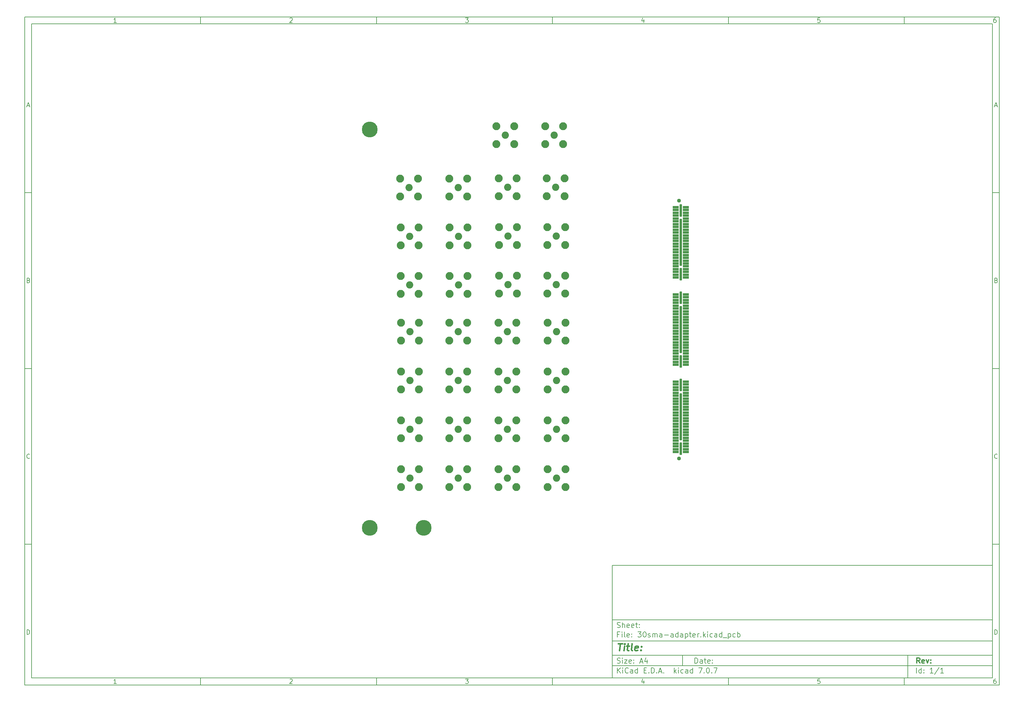
<source format=gbr>
%TF.GenerationSoftware,KiCad,Pcbnew,7.0.7*%
%TF.CreationDate,2023-09-22T00:52:09+02:00*%
%TF.ProjectId,30sma-adapter,3330736d-612d-4616-9461-707465722e6b,rev?*%
%TF.SameCoordinates,Original*%
%TF.FileFunction,Soldermask,Bot*%
%TF.FilePolarity,Negative*%
%FSLAX46Y46*%
G04 Gerber Fmt 4.6, Leading zero omitted, Abs format (unit mm)*
G04 Created by KiCad (PCBNEW 7.0.7) date 2023-09-22 00:52:09*
%MOMM*%
%LPD*%
G01*
G04 APERTURE LIST*
G04 Aperture macros list*
%AMRoundRect*
0 Rectangle with rounded corners*
0 $1 Rounding radius*
0 $2 $3 $4 $5 $6 $7 $8 $9 X,Y pos of 4 corners*
0 Add a 4 corners polygon primitive as box body*
4,1,4,$2,$3,$4,$5,$6,$7,$8,$9,$2,$3,0*
0 Add four circle primitives for the rounded corners*
1,1,$1+$1,$2,$3*
1,1,$1+$1,$4,$5*
1,1,$1+$1,$6,$7*
1,1,$1+$1,$8,$9*
0 Add four rect primitives between the rounded corners*
20,1,$1+$1,$2,$3,$4,$5,0*
20,1,$1+$1,$4,$5,$6,$7,0*
20,1,$1+$1,$6,$7,$8,$9,0*
20,1,$1+$1,$8,$9,$2,$3,0*%
G04 Aperture macros list end*
%ADD10C,0.100000*%
%ADD11C,0.150000*%
%ADD12C,0.300000*%
%ADD13C,0.400000*%
%ADD14C,2.050000*%
%ADD15C,2.250000*%
%ADD16C,4.500000*%
%ADD17C,1.130000*%
%ADD18RoundRect,0.102000X0.750000X-0.250000X0.750000X0.250000X-0.750000X0.250000X-0.750000X-0.250000X0*%
%ADD19RoundRect,0.102000X0.255000X-1.640000X0.255000X1.640000X-0.255000X1.640000X-0.255000X-1.640000X0*%
%ADD20RoundRect,0.102000X0.255000X-6.575000X0.255000X6.575000X-0.255000X6.575000X-0.255000X-6.575000X0*%
G04 APERTURE END LIST*
D10*
D11*
X177002200Y-166007200D02*
X285002200Y-166007200D01*
X285002200Y-198007200D01*
X177002200Y-198007200D01*
X177002200Y-166007200D01*
D10*
D11*
X10000000Y-10000000D02*
X287002200Y-10000000D01*
X287002200Y-200007200D01*
X10000000Y-200007200D01*
X10000000Y-10000000D01*
D10*
D11*
X12000000Y-12000000D02*
X285002200Y-12000000D01*
X285002200Y-198007200D01*
X12000000Y-198007200D01*
X12000000Y-12000000D01*
D10*
D11*
X60000000Y-12000000D02*
X60000000Y-10000000D01*
D10*
D11*
X110000000Y-12000000D02*
X110000000Y-10000000D01*
D10*
D11*
X160000000Y-12000000D02*
X160000000Y-10000000D01*
D10*
D11*
X210000000Y-12000000D02*
X210000000Y-10000000D01*
D10*
D11*
X260000000Y-12000000D02*
X260000000Y-10000000D01*
D10*
D11*
X36089160Y-11593604D02*
X35346303Y-11593604D01*
X35717731Y-11593604D02*
X35717731Y-10293604D01*
X35717731Y-10293604D02*
X35593922Y-10479319D01*
X35593922Y-10479319D02*
X35470112Y-10603128D01*
X35470112Y-10603128D02*
X35346303Y-10665033D01*
D10*
D11*
X85346303Y-10417414D02*
X85408207Y-10355509D01*
X85408207Y-10355509D02*
X85532017Y-10293604D01*
X85532017Y-10293604D02*
X85841541Y-10293604D01*
X85841541Y-10293604D02*
X85965350Y-10355509D01*
X85965350Y-10355509D02*
X86027255Y-10417414D01*
X86027255Y-10417414D02*
X86089160Y-10541223D01*
X86089160Y-10541223D02*
X86089160Y-10665033D01*
X86089160Y-10665033D02*
X86027255Y-10850747D01*
X86027255Y-10850747D02*
X85284398Y-11593604D01*
X85284398Y-11593604D02*
X86089160Y-11593604D01*
D10*
D11*
X135284398Y-10293604D02*
X136089160Y-10293604D01*
X136089160Y-10293604D02*
X135655826Y-10788842D01*
X135655826Y-10788842D02*
X135841541Y-10788842D01*
X135841541Y-10788842D02*
X135965350Y-10850747D01*
X135965350Y-10850747D02*
X136027255Y-10912652D01*
X136027255Y-10912652D02*
X136089160Y-11036461D01*
X136089160Y-11036461D02*
X136089160Y-11345985D01*
X136089160Y-11345985D02*
X136027255Y-11469795D01*
X136027255Y-11469795D02*
X135965350Y-11531700D01*
X135965350Y-11531700D02*
X135841541Y-11593604D01*
X135841541Y-11593604D02*
X135470112Y-11593604D01*
X135470112Y-11593604D02*
X135346303Y-11531700D01*
X135346303Y-11531700D02*
X135284398Y-11469795D01*
D10*
D11*
X185965350Y-10726938D02*
X185965350Y-11593604D01*
X185655826Y-10231700D02*
X185346303Y-11160271D01*
X185346303Y-11160271D02*
X186151064Y-11160271D01*
D10*
D11*
X236027255Y-10293604D02*
X235408207Y-10293604D01*
X235408207Y-10293604D02*
X235346303Y-10912652D01*
X235346303Y-10912652D02*
X235408207Y-10850747D01*
X235408207Y-10850747D02*
X235532017Y-10788842D01*
X235532017Y-10788842D02*
X235841541Y-10788842D01*
X235841541Y-10788842D02*
X235965350Y-10850747D01*
X235965350Y-10850747D02*
X236027255Y-10912652D01*
X236027255Y-10912652D02*
X236089160Y-11036461D01*
X236089160Y-11036461D02*
X236089160Y-11345985D01*
X236089160Y-11345985D02*
X236027255Y-11469795D01*
X236027255Y-11469795D02*
X235965350Y-11531700D01*
X235965350Y-11531700D02*
X235841541Y-11593604D01*
X235841541Y-11593604D02*
X235532017Y-11593604D01*
X235532017Y-11593604D02*
X235408207Y-11531700D01*
X235408207Y-11531700D02*
X235346303Y-11469795D01*
D10*
D11*
X285965350Y-10293604D02*
X285717731Y-10293604D01*
X285717731Y-10293604D02*
X285593922Y-10355509D01*
X285593922Y-10355509D02*
X285532017Y-10417414D01*
X285532017Y-10417414D02*
X285408207Y-10603128D01*
X285408207Y-10603128D02*
X285346303Y-10850747D01*
X285346303Y-10850747D02*
X285346303Y-11345985D01*
X285346303Y-11345985D02*
X285408207Y-11469795D01*
X285408207Y-11469795D02*
X285470112Y-11531700D01*
X285470112Y-11531700D02*
X285593922Y-11593604D01*
X285593922Y-11593604D02*
X285841541Y-11593604D01*
X285841541Y-11593604D02*
X285965350Y-11531700D01*
X285965350Y-11531700D02*
X286027255Y-11469795D01*
X286027255Y-11469795D02*
X286089160Y-11345985D01*
X286089160Y-11345985D02*
X286089160Y-11036461D01*
X286089160Y-11036461D02*
X286027255Y-10912652D01*
X286027255Y-10912652D02*
X285965350Y-10850747D01*
X285965350Y-10850747D02*
X285841541Y-10788842D01*
X285841541Y-10788842D02*
X285593922Y-10788842D01*
X285593922Y-10788842D02*
X285470112Y-10850747D01*
X285470112Y-10850747D02*
X285408207Y-10912652D01*
X285408207Y-10912652D02*
X285346303Y-11036461D01*
D10*
D11*
X60000000Y-198007200D02*
X60000000Y-200007200D01*
D10*
D11*
X110000000Y-198007200D02*
X110000000Y-200007200D01*
D10*
D11*
X160000000Y-198007200D02*
X160000000Y-200007200D01*
D10*
D11*
X210000000Y-198007200D02*
X210000000Y-200007200D01*
D10*
D11*
X260000000Y-198007200D02*
X260000000Y-200007200D01*
D10*
D11*
X36089160Y-199600804D02*
X35346303Y-199600804D01*
X35717731Y-199600804D02*
X35717731Y-198300804D01*
X35717731Y-198300804D02*
X35593922Y-198486519D01*
X35593922Y-198486519D02*
X35470112Y-198610328D01*
X35470112Y-198610328D02*
X35346303Y-198672233D01*
D10*
D11*
X85346303Y-198424614D02*
X85408207Y-198362709D01*
X85408207Y-198362709D02*
X85532017Y-198300804D01*
X85532017Y-198300804D02*
X85841541Y-198300804D01*
X85841541Y-198300804D02*
X85965350Y-198362709D01*
X85965350Y-198362709D02*
X86027255Y-198424614D01*
X86027255Y-198424614D02*
X86089160Y-198548423D01*
X86089160Y-198548423D02*
X86089160Y-198672233D01*
X86089160Y-198672233D02*
X86027255Y-198857947D01*
X86027255Y-198857947D02*
X85284398Y-199600804D01*
X85284398Y-199600804D02*
X86089160Y-199600804D01*
D10*
D11*
X135284398Y-198300804D02*
X136089160Y-198300804D01*
X136089160Y-198300804D02*
X135655826Y-198796042D01*
X135655826Y-198796042D02*
X135841541Y-198796042D01*
X135841541Y-198796042D02*
X135965350Y-198857947D01*
X135965350Y-198857947D02*
X136027255Y-198919852D01*
X136027255Y-198919852D02*
X136089160Y-199043661D01*
X136089160Y-199043661D02*
X136089160Y-199353185D01*
X136089160Y-199353185D02*
X136027255Y-199476995D01*
X136027255Y-199476995D02*
X135965350Y-199538900D01*
X135965350Y-199538900D02*
X135841541Y-199600804D01*
X135841541Y-199600804D02*
X135470112Y-199600804D01*
X135470112Y-199600804D02*
X135346303Y-199538900D01*
X135346303Y-199538900D02*
X135284398Y-199476995D01*
D10*
D11*
X185965350Y-198734138D02*
X185965350Y-199600804D01*
X185655826Y-198238900D02*
X185346303Y-199167471D01*
X185346303Y-199167471D02*
X186151064Y-199167471D01*
D10*
D11*
X236027255Y-198300804D02*
X235408207Y-198300804D01*
X235408207Y-198300804D02*
X235346303Y-198919852D01*
X235346303Y-198919852D02*
X235408207Y-198857947D01*
X235408207Y-198857947D02*
X235532017Y-198796042D01*
X235532017Y-198796042D02*
X235841541Y-198796042D01*
X235841541Y-198796042D02*
X235965350Y-198857947D01*
X235965350Y-198857947D02*
X236027255Y-198919852D01*
X236027255Y-198919852D02*
X236089160Y-199043661D01*
X236089160Y-199043661D02*
X236089160Y-199353185D01*
X236089160Y-199353185D02*
X236027255Y-199476995D01*
X236027255Y-199476995D02*
X235965350Y-199538900D01*
X235965350Y-199538900D02*
X235841541Y-199600804D01*
X235841541Y-199600804D02*
X235532017Y-199600804D01*
X235532017Y-199600804D02*
X235408207Y-199538900D01*
X235408207Y-199538900D02*
X235346303Y-199476995D01*
D10*
D11*
X285965350Y-198300804D02*
X285717731Y-198300804D01*
X285717731Y-198300804D02*
X285593922Y-198362709D01*
X285593922Y-198362709D02*
X285532017Y-198424614D01*
X285532017Y-198424614D02*
X285408207Y-198610328D01*
X285408207Y-198610328D02*
X285346303Y-198857947D01*
X285346303Y-198857947D02*
X285346303Y-199353185D01*
X285346303Y-199353185D02*
X285408207Y-199476995D01*
X285408207Y-199476995D02*
X285470112Y-199538900D01*
X285470112Y-199538900D02*
X285593922Y-199600804D01*
X285593922Y-199600804D02*
X285841541Y-199600804D01*
X285841541Y-199600804D02*
X285965350Y-199538900D01*
X285965350Y-199538900D02*
X286027255Y-199476995D01*
X286027255Y-199476995D02*
X286089160Y-199353185D01*
X286089160Y-199353185D02*
X286089160Y-199043661D01*
X286089160Y-199043661D02*
X286027255Y-198919852D01*
X286027255Y-198919852D02*
X285965350Y-198857947D01*
X285965350Y-198857947D02*
X285841541Y-198796042D01*
X285841541Y-198796042D02*
X285593922Y-198796042D01*
X285593922Y-198796042D02*
X285470112Y-198857947D01*
X285470112Y-198857947D02*
X285408207Y-198919852D01*
X285408207Y-198919852D02*
X285346303Y-199043661D01*
D10*
D11*
X10000000Y-60000000D02*
X12000000Y-60000000D01*
D10*
D11*
X10000000Y-110000000D02*
X12000000Y-110000000D01*
D10*
D11*
X10000000Y-160000000D02*
X12000000Y-160000000D01*
D10*
D11*
X10690476Y-35222176D02*
X11309523Y-35222176D01*
X10566666Y-35593604D02*
X10999999Y-34293604D01*
X10999999Y-34293604D02*
X11433333Y-35593604D01*
D10*
D11*
X11092857Y-84912652D02*
X11278571Y-84974557D01*
X11278571Y-84974557D02*
X11340476Y-85036461D01*
X11340476Y-85036461D02*
X11402380Y-85160271D01*
X11402380Y-85160271D02*
X11402380Y-85345985D01*
X11402380Y-85345985D02*
X11340476Y-85469795D01*
X11340476Y-85469795D02*
X11278571Y-85531700D01*
X11278571Y-85531700D02*
X11154761Y-85593604D01*
X11154761Y-85593604D02*
X10659523Y-85593604D01*
X10659523Y-85593604D02*
X10659523Y-84293604D01*
X10659523Y-84293604D02*
X11092857Y-84293604D01*
X11092857Y-84293604D02*
X11216666Y-84355509D01*
X11216666Y-84355509D02*
X11278571Y-84417414D01*
X11278571Y-84417414D02*
X11340476Y-84541223D01*
X11340476Y-84541223D02*
X11340476Y-84665033D01*
X11340476Y-84665033D02*
X11278571Y-84788842D01*
X11278571Y-84788842D02*
X11216666Y-84850747D01*
X11216666Y-84850747D02*
X11092857Y-84912652D01*
X11092857Y-84912652D02*
X10659523Y-84912652D01*
D10*
D11*
X11402380Y-135469795D02*
X11340476Y-135531700D01*
X11340476Y-135531700D02*
X11154761Y-135593604D01*
X11154761Y-135593604D02*
X11030952Y-135593604D01*
X11030952Y-135593604D02*
X10845238Y-135531700D01*
X10845238Y-135531700D02*
X10721428Y-135407890D01*
X10721428Y-135407890D02*
X10659523Y-135284080D01*
X10659523Y-135284080D02*
X10597619Y-135036461D01*
X10597619Y-135036461D02*
X10597619Y-134850747D01*
X10597619Y-134850747D02*
X10659523Y-134603128D01*
X10659523Y-134603128D02*
X10721428Y-134479319D01*
X10721428Y-134479319D02*
X10845238Y-134355509D01*
X10845238Y-134355509D02*
X11030952Y-134293604D01*
X11030952Y-134293604D02*
X11154761Y-134293604D01*
X11154761Y-134293604D02*
X11340476Y-134355509D01*
X11340476Y-134355509D02*
X11402380Y-134417414D01*
D10*
D11*
X10659523Y-185593604D02*
X10659523Y-184293604D01*
X10659523Y-184293604D02*
X10969047Y-184293604D01*
X10969047Y-184293604D02*
X11154761Y-184355509D01*
X11154761Y-184355509D02*
X11278571Y-184479319D01*
X11278571Y-184479319D02*
X11340476Y-184603128D01*
X11340476Y-184603128D02*
X11402380Y-184850747D01*
X11402380Y-184850747D02*
X11402380Y-185036461D01*
X11402380Y-185036461D02*
X11340476Y-185284080D01*
X11340476Y-185284080D02*
X11278571Y-185407890D01*
X11278571Y-185407890D02*
X11154761Y-185531700D01*
X11154761Y-185531700D02*
X10969047Y-185593604D01*
X10969047Y-185593604D02*
X10659523Y-185593604D01*
D10*
D11*
X287002200Y-60000000D02*
X285002200Y-60000000D01*
D10*
D11*
X287002200Y-110000000D02*
X285002200Y-110000000D01*
D10*
D11*
X287002200Y-160000000D02*
X285002200Y-160000000D01*
D10*
D11*
X285692676Y-35222176D02*
X286311723Y-35222176D01*
X285568866Y-35593604D02*
X286002199Y-34293604D01*
X286002199Y-34293604D02*
X286435533Y-35593604D01*
D10*
D11*
X286095057Y-84912652D02*
X286280771Y-84974557D01*
X286280771Y-84974557D02*
X286342676Y-85036461D01*
X286342676Y-85036461D02*
X286404580Y-85160271D01*
X286404580Y-85160271D02*
X286404580Y-85345985D01*
X286404580Y-85345985D02*
X286342676Y-85469795D01*
X286342676Y-85469795D02*
X286280771Y-85531700D01*
X286280771Y-85531700D02*
X286156961Y-85593604D01*
X286156961Y-85593604D02*
X285661723Y-85593604D01*
X285661723Y-85593604D02*
X285661723Y-84293604D01*
X285661723Y-84293604D02*
X286095057Y-84293604D01*
X286095057Y-84293604D02*
X286218866Y-84355509D01*
X286218866Y-84355509D02*
X286280771Y-84417414D01*
X286280771Y-84417414D02*
X286342676Y-84541223D01*
X286342676Y-84541223D02*
X286342676Y-84665033D01*
X286342676Y-84665033D02*
X286280771Y-84788842D01*
X286280771Y-84788842D02*
X286218866Y-84850747D01*
X286218866Y-84850747D02*
X286095057Y-84912652D01*
X286095057Y-84912652D02*
X285661723Y-84912652D01*
D10*
D11*
X286404580Y-135469795D02*
X286342676Y-135531700D01*
X286342676Y-135531700D02*
X286156961Y-135593604D01*
X286156961Y-135593604D02*
X286033152Y-135593604D01*
X286033152Y-135593604D02*
X285847438Y-135531700D01*
X285847438Y-135531700D02*
X285723628Y-135407890D01*
X285723628Y-135407890D02*
X285661723Y-135284080D01*
X285661723Y-135284080D02*
X285599819Y-135036461D01*
X285599819Y-135036461D02*
X285599819Y-134850747D01*
X285599819Y-134850747D02*
X285661723Y-134603128D01*
X285661723Y-134603128D02*
X285723628Y-134479319D01*
X285723628Y-134479319D02*
X285847438Y-134355509D01*
X285847438Y-134355509D02*
X286033152Y-134293604D01*
X286033152Y-134293604D02*
X286156961Y-134293604D01*
X286156961Y-134293604D02*
X286342676Y-134355509D01*
X286342676Y-134355509D02*
X286404580Y-134417414D01*
D10*
D11*
X285661723Y-185593604D02*
X285661723Y-184293604D01*
X285661723Y-184293604D02*
X285971247Y-184293604D01*
X285971247Y-184293604D02*
X286156961Y-184355509D01*
X286156961Y-184355509D02*
X286280771Y-184479319D01*
X286280771Y-184479319D02*
X286342676Y-184603128D01*
X286342676Y-184603128D02*
X286404580Y-184850747D01*
X286404580Y-184850747D02*
X286404580Y-185036461D01*
X286404580Y-185036461D02*
X286342676Y-185284080D01*
X286342676Y-185284080D02*
X286280771Y-185407890D01*
X286280771Y-185407890D02*
X286156961Y-185531700D01*
X286156961Y-185531700D02*
X285971247Y-185593604D01*
X285971247Y-185593604D02*
X285661723Y-185593604D01*
D10*
D11*
X200458026Y-193793328D02*
X200458026Y-192293328D01*
X200458026Y-192293328D02*
X200815169Y-192293328D01*
X200815169Y-192293328D02*
X201029455Y-192364757D01*
X201029455Y-192364757D02*
X201172312Y-192507614D01*
X201172312Y-192507614D02*
X201243741Y-192650471D01*
X201243741Y-192650471D02*
X201315169Y-192936185D01*
X201315169Y-192936185D02*
X201315169Y-193150471D01*
X201315169Y-193150471D02*
X201243741Y-193436185D01*
X201243741Y-193436185D02*
X201172312Y-193579042D01*
X201172312Y-193579042D02*
X201029455Y-193721900D01*
X201029455Y-193721900D02*
X200815169Y-193793328D01*
X200815169Y-193793328D02*
X200458026Y-193793328D01*
X202600884Y-193793328D02*
X202600884Y-193007614D01*
X202600884Y-193007614D02*
X202529455Y-192864757D01*
X202529455Y-192864757D02*
X202386598Y-192793328D01*
X202386598Y-192793328D02*
X202100884Y-192793328D01*
X202100884Y-192793328D02*
X201958026Y-192864757D01*
X202600884Y-193721900D02*
X202458026Y-193793328D01*
X202458026Y-193793328D02*
X202100884Y-193793328D01*
X202100884Y-193793328D02*
X201958026Y-193721900D01*
X201958026Y-193721900D02*
X201886598Y-193579042D01*
X201886598Y-193579042D02*
X201886598Y-193436185D01*
X201886598Y-193436185D02*
X201958026Y-193293328D01*
X201958026Y-193293328D02*
X202100884Y-193221900D01*
X202100884Y-193221900D02*
X202458026Y-193221900D01*
X202458026Y-193221900D02*
X202600884Y-193150471D01*
X203100884Y-192793328D02*
X203672312Y-192793328D01*
X203315169Y-192293328D02*
X203315169Y-193579042D01*
X203315169Y-193579042D02*
X203386598Y-193721900D01*
X203386598Y-193721900D02*
X203529455Y-193793328D01*
X203529455Y-193793328D02*
X203672312Y-193793328D01*
X204743741Y-193721900D02*
X204600884Y-193793328D01*
X204600884Y-193793328D02*
X204315170Y-193793328D01*
X204315170Y-193793328D02*
X204172312Y-193721900D01*
X204172312Y-193721900D02*
X204100884Y-193579042D01*
X204100884Y-193579042D02*
X204100884Y-193007614D01*
X204100884Y-193007614D02*
X204172312Y-192864757D01*
X204172312Y-192864757D02*
X204315170Y-192793328D01*
X204315170Y-192793328D02*
X204600884Y-192793328D01*
X204600884Y-192793328D02*
X204743741Y-192864757D01*
X204743741Y-192864757D02*
X204815170Y-193007614D01*
X204815170Y-193007614D02*
X204815170Y-193150471D01*
X204815170Y-193150471D02*
X204100884Y-193293328D01*
X205458026Y-193650471D02*
X205529455Y-193721900D01*
X205529455Y-193721900D02*
X205458026Y-193793328D01*
X205458026Y-193793328D02*
X205386598Y-193721900D01*
X205386598Y-193721900D02*
X205458026Y-193650471D01*
X205458026Y-193650471D02*
X205458026Y-193793328D01*
X205458026Y-192864757D02*
X205529455Y-192936185D01*
X205529455Y-192936185D02*
X205458026Y-193007614D01*
X205458026Y-193007614D02*
X205386598Y-192936185D01*
X205386598Y-192936185D02*
X205458026Y-192864757D01*
X205458026Y-192864757D02*
X205458026Y-193007614D01*
D10*
D11*
X177002200Y-194507200D02*
X285002200Y-194507200D01*
D10*
D11*
X178458026Y-196593328D02*
X178458026Y-195093328D01*
X179315169Y-196593328D02*
X178672312Y-195736185D01*
X179315169Y-195093328D02*
X178458026Y-195950471D01*
X179958026Y-196593328D02*
X179958026Y-195593328D01*
X179958026Y-195093328D02*
X179886598Y-195164757D01*
X179886598Y-195164757D02*
X179958026Y-195236185D01*
X179958026Y-195236185D02*
X180029455Y-195164757D01*
X180029455Y-195164757D02*
X179958026Y-195093328D01*
X179958026Y-195093328D02*
X179958026Y-195236185D01*
X181529455Y-196450471D02*
X181458027Y-196521900D01*
X181458027Y-196521900D02*
X181243741Y-196593328D01*
X181243741Y-196593328D02*
X181100884Y-196593328D01*
X181100884Y-196593328D02*
X180886598Y-196521900D01*
X180886598Y-196521900D02*
X180743741Y-196379042D01*
X180743741Y-196379042D02*
X180672312Y-196236185D01*
X180672312Y-196236185D02*
X180600884Y-195950471D01*
X180600884Y-195950471D02*
X180600884Y-195736185D01*
X180600884Y-195736185D02*
X180672312Y-195450471D01*
X180672312Y-195450471D02*
X180743741Y-195307614D01*
X180743741Y-195307614D02*
X180886598Y-195164757D01*
X180886598Y-195164757D02*
X181100884Y-195093328D01*
X181100884Y-195093328D02*
X181243741Y-195093328D01*
X181243741Y-195093328D02*
X181458027Y-195164757D01*
X181458027Y-195164757D02*
X181529455Y-195236185D01*
X182815170Y-196593328D02*
X182815170Y-195807614D01*
X182815170Y-195807614D02*
X182743741Y-195664757D01*
X182743741Y-195664757D02*
X182600884Y-195593328D01*
X182600884Y-195593328D02*
X182315170Y-195593328D01*
X182315170Y-195593328D02*
X182172312Y-195664757D01*
X182815170Y-196521900D02*
X182672312Y-196593328D01*
X182672312Y-196593328D02*
X182315170Y-196593328D01*
X182315170Y-196593328D02*
X182172312Y-196521900D01*
X182172312Y-196521900D02*
X182100884Y-196379042D01*
X182100884Y-196379042D02*
X182100884Y-196236185D01*
X182100884Y-196236185D02*
X182172312Y-196093328D01*
X182172312Y-196093328D02*
X182315170Y-196021900D01*
X182315170Y-196021900D02*
X182672312Y-196021900D01*
X182672312Y-196021900D02*
X182815170Y-195950471D01*
X184172313Y-196593328D02*
X184172313Y-195093328D01*
X184172313Y-196521900D02*
X184029455Y-196593328D01*
X184029455Y-196593328D02*
X183743741Y-196593328D01*
X183743741Y-196593328D02*
X183600884Y-196521900D01*
X183600884Y-196521900D02*
X183529455Y-196450471D01*
X183529455Y-196450471D02*
X183458027Y-196307614D01*
X183458027Y-196307614D02*
X183458027Y-195879042D01*
X183458027Y-195879042D02*
X183529455Y-195736185D01*
X183529455Y-195736185D02*
X183600884Y-195664757D01*
X183600884Y-195664757D02*
X183743741Y-195593328D01*
X183743741Y-195593328D02*
X184029455Y-195593328D01*
X184029455Y-195593328D02*
X184172313Y-195664757D01*
X186029455Y-195807614D02*
X186529455Y-195807614D01*
X186743741Y-196593328D02*
X186029455Y-196593328D01*
X186029455Y-196593328D02*
X186029455Y-195093328D01*
X186029455Y-195093328D02*
X186743741Y-195093328D01*
X187386598Y-196450471D02*
X187458027Y-196521900D01*
X187458027Y-196521900D02*
X187386598Y-196593328D01*
X187386598Y-196593328D02*
X187315170Y-196521900D01*
X187315170Y-196521900D02*
X187386598Y-196450471D01*
X187386598Y-196450471D02*
X187386598Y-196593328D01*
X188100884Y-196593328D02*
X188100884Y-195093328D01*
X188100884Y-195093328D02*
X188458027Y-195093328D01*
X188458027Y-195093328D02*
X188672313Y-195164757D01*
X188672313Y-195164757D02*
X188815170Y-195307614D01*
X188815170Y-195307614D02*
X188886599Y-195450471D01*
X188886599Y-195450471D02*
X188958027Y-195736185D01*
X188958027Y-195736185D02*
X188958027Y-195950471D01*
X188958027Y-195950471D02*
X188886599Y-196236185D01*
X188886599Y-196236185D02*
X188815170Y-196379042D01*
X188815170Y-196379042D02*
X188672313Y-196521900D01*
X188672313Y-196521900D02*
X188458027Y-196593328D01*
X188458027Y-196593328D02*
X188100884Y-196593328D01*
X189600884Y-196450471D02*
X189672313Y-196521900D01*
X189672313Y-196521900D02*
X189600884Y-196593328D01*
X189600884Y-196593328D02*
X189529456Y-196521900D01*
X189529456Y-196521900D02*
X189600884Y-196450471D01*
X189600884Y-196450471D02*
X189600884Y-196593328D01*
X190243742Y-196164757D02*
X190958028Y-196164757D01*
X190100885Y-196593328D02*
X190600885Y-195093328D01*
X190600885Y-195093328D02*
X191100885Y-196593328D01*
X191600884Y-196450471D02*
X191672313Y-196521900D01*
X191672313Y-196521900D02*
X191600884Y-196593328D01*
X191600884Y-196593328D02*
X191529456Y-196521900D01*
X191529456Y-196521900D02*
X191600884Y-196450471D01*
X191600884Y-196450471D02*
X191600884Y-196593328D01*
X194600884Y-196593328D02*
X194600884Y-195093328D01*
X194743742Y-196021900D02*
X195172313Y-196593328D01*
X195172313Y-195593328D02*
X194600884Y-196164757D01*
X195815170Y-196593328D02*
X195815170Y-195593328D01*
X195815170Y-195093328D02*
X195743742Y-195164757D01*
X195743742Y-195164757D02*
X195815170Y-195236185D01*
X195815170Y-195236185D02*
X195886599Y-195164757D01*
X195886599Y-195164757D02*
X195815170Y-195093328D01*
X195815170Y-195093328D02*
X195815170Y-195236185D01*
X197172314Y-196521900D02*
X197029456Y-196593328D01*
X197029456Y-196593328D02*
X196743742Y-196593328D01*
X196743742Y-196593328D02*
X196600885Y-196521900D01*
X196600885Y-196521900D02*
X196529456Y-196450471D01*
X196529456Y-196450471D02*
X196458028Y-196307614D01*
X196458028Y-196307614D02*
X196458028Y-195879042D01*
X196458028Y-195879042D02*
X196529456Y-195736185D01*
X196529456Y-195736185D02*
X196600885Y-195664757D01*
X196600885Y-195664757D02*
X196743742Y-195593328D01*
X196743742Y-195593328D02*
X197029456Y-195593328D01*
X197029456Y-195593328D02*
X197172314Y-195664757D01*
X198458028Y-196593328D02*
X198458028Y-195807614D01*
X198458028Y-195807614D02*
X198386599Y-195664757D01*
X198386599Y-195664757D02*
X198243742Y-195593328D01*
X198243742Y-195593328D02*
X197958028Y-195593328D01*
X197958028Y-195593328D02*
X197815170Y-195664757D01*
X198458028Y-196521900D02*
X198315170Y-196593328D01*
X198315170Y-196593328D02*
X197958028Y-196593328D01*
X197958028Y-196593328D02*
X197815170Y-196521900D01*
X197815170Y-196521900D02*
X197743742Y-196379042D01*
X197743742Y-196379042D02*
X197743742Y-196236185D01*
X197743742Y-196236185D02*
X197815170Y-196093328D01*
X197815170Y-196093328D02*
X197958028Y-196021900D01*
X197958028Y-196021900D02*
X198315170Y-196021900D01*
X198315170Y-196021900D02*
X198458028Y-195950471D01*
X199815171Y-196593328D02*
X199815171Y-195093328D01*
X199815171Y-196521900D02*
X199672313Y-196593328D01*
X199672313Y-196593328D02*
X199386599Y-196593328D01*
X199386599Y-196593328D02*
X199243742Y-196521900D01*
X199243742Y-196521900D02*
X199172313Y-196450471D01*
X199172313Y-196450471D02*
X199100885Y-196307614D01*
X199100885Y-196307614D02*
X199100885Y-195879042D01*
X199100885Y-195879042D02*
X199172313Y-195736185D01*
X199172313Y-195736185D02*
X199243742Y-195664757D01*
X199243742Y-195664757D02*
X199386599Y-195593328D01*
X199386599Y-195593328D02*
X199672313Y-195593328D01*
X199672313Y-195593328D02*
X199815171Y-195664757D01*
X201529456Y-195093328D02*
X202529456Y-195093328D01*
X202529456Y-195093328D02*
X201886599Y-196593328D01*
X203100884Y-196450471D02*
X203172313Y-196521900D01*
X203172313Y-196521900D02*
X203100884Y-196593328D01*
X203100884Y-196593328D02*
X203029456Y-196521900D01*
X203029456Y-196521900D02*
X203100884Y-196450471D01*
X203100884Y-196450471D02*
X203100884Y-196593328D01*
X204100885Y-195093328D02*
X204243742Y-195093328D01*
X204243742Y-195093328D02*
X204386599Y-195164757D01*
X204386599Y-195164757D02*
X204458028Y-195236185D01*
X204458028Y-195236185D02*
X204529456Y-195379042D01*
X204529456Y-195379042D02*
X204600885Y-195664757D01*
X204600885Y-195664757D02*
X204600885Y-196021900D01*
X204600885Y-196021900D02*
X204529456Y-196307614D01*
X204529456Y-196307614D02*
X204458028Y-196450471D01*
X204458028Y-196450471D02*
X204386599Y-196521900D01*
X204386599Y-196521900D02*
X204243742Y-196593328D01*
X204243742Y-196593328D02*
X204100885Y-196593328D01*
X204100885Y-196593328D02*
X203958028Y-196521900D01*
X203958028Y-196521900D02*
X203886599Y-196450471D01*
X203886599Y-196450471D02*
X203815170Y-196307614D01*
X203815170Y-196307614D02*
X203743742Y-196021900D01*
X203743742Y-196021900D02*
X203743742Y-195664757D01*
X203743742Y-195664757D02*
X203815170Y-195379042D01*
X203815170Y-195379042D02*
X203886599Y-195236185D01*
X203886599Y-195236185D02*
X203958028Y-195164757D01*
X203958028Y-195164757D02*
X204100885Y-195093328D01*
X205243741Y-196450471D02*
X205315170Y-196521900D01*
X205315170Y-196521900D02*
X205243741Y-196593328D01*
X205243741Y-196593328D02*
X205172313Y-196521900D01*
X205172313Y-196521900D02*
X205243741Y-196450471D01*
X205243741Y-196450471D02*
X205243741Y-196593328D01*
X205815170Y-195093328D02*
X206815170Y-195093328D01*
X206815170Y-195093328D02*
X206172313Y-196593328D01*
D10*
D11*
X177002200Y-191507200D02*
X285002200Y-191507200D01*
D10*
D12*
X264413853Y-193785528D02*
X263913853Y-193071242D01*
X263556710Y-193785528D02*
X263556710Y-192285528D01*
X263556710Y-192285528D02*
X264128139Y-192285528D01*
X264128139Y-192285528D02*
X264270996Y-192356957D01*
X264270996Y-192356957D02*
X264342425Y-192428385D01*
X264342425Y-192428385D02*
X264413853Y-192571242D01*
X264413853Y-192571242D02*
X264413853Y-192785528D01*
X264413853Y-192785528D02*
X264342425Y-192928385D01*
X264342425Y-192928385D02*
X264270996Y-192999814D01*
X264270996Y-192999814D02*
X264128139Y-193071242D01*
X264128139Y-193071242D02*
X263556710Y-193071242D01*
X265628139Y-193714100D02*
X265485282Y-193785528D01*
X265485282Y-193785528D02*
X265199568Y-193785528D01*
X265199568Y-193785528D02*
X265056710Y-193714100D01*
X265056710Y-193714100D02*
X264985282Y-193571242D01*
X264985282Y-193571242D02*
X264985282Y-192999814D01*
X264985282Y-192999814D02*
X265056710Y-192856957D01*
X265056710Y-192856957D02*
X265199568Y-192785528D01*
X265199568Y-192785528D02*
X265485282Y-192785528D01*
X265485282Y-192785528D02*
X265628139Y-192856957D01*
X265628139Y-192856957D02*
X265699568Y-192999814D01*
X265699568Y-192999814D02*
X265699568Y-193142671D01*
X265699568Y-193142671D02*
X264985282Y-193285528D01*
X266199567Y-192785528D02*
X266556710Y-193785528D01*
X266556710Y-193785528D02*
X266913853Y-192785528D01*
X267485281Y-193642671D02*
X267556710Y-193714100D01*
X267556710Y-193714100D02*
X267485281Y-193785528D01*
X267485281Y-193785528D02*
X267413853Y-193714100D01*
X267413853Y-193714100D02*
X267485281Y-193642671D01*
X267485281Y-193642671D02*
X267485281Y-193785528D01*
X267485281Y-192856957D02*
X267556710Y-192928385D01*
X267556710Y-192928385D02*
X267485281Y-192999814D01*
X267485281Y-192999814D02*
X267413853Y-192928385D01*
X267413853Y-192928385D02*
X267485281Y-192856957D01*
X267485281Y-192856957D02*
X267485281Y-192999814D01*
D10*
D11*
X178386598Y-193721900D02*
X178600884Y-193793328D01*
X178600884Y-193793328D02*
X178958026Y-193793328D01*
X178958026Y-193793328D02*
X179100884Y-193721900D01*
X179100884Y-193721900D02*
X179172312Y-193650471D01*
X179172312Y-193650471D02*
X179243741Y-193507614D01*
X179243741Y-193507614D02*
X179243741Y-193364757D01*
X179243741Y-193364757D02*
X179172312Y-193221900D01*
X179172312Y-193221900D02*
X179100884Y-193150471D01*
X179100884Y-193150471D02*
X178958026Y-193079042D01*
X178958026Y-193079042D02*
X178672312Y-193007614D01*
X178672312Y-193007614D02*
X178529455Y-192936185D01*
X178529455Y-192936185D02*
X178458026Y-192864757D01*
X178458026Y-192864757D02*
X178386598Y-192721900D01*
X178386598Y-192721900D02*
X178386598Y-192579042D01*
X178386598Y-192579042D02*
X178458026Y-192436185D01*
X178458026Y-192436185D02*
X178529455Y-192364757D01*
X178529455Y-192364757D02*
X178672312Y-192293328D01*
X178672312Y-192293328D02*
X179029455Y-192293328D01*
X179029455Y-192293328D02*
X179243741Y-192364757D01*
X179886597Y-193793328D02*
X179886597Y-192793328D01*
X179886597Y-192293328D02*
X179815169Y-192364757D01*
X179815169Y-192364757D02*
X179886597Y-192436185D01*
X179886597Y-192436185D02*
X179958026Y-192364757D01*
X179958026Y-192364757D02*
X179886597Y-192293328D01*
X179886597Y-192293328D02*
X179886597Y-192436185D01*
X180458026Y-192793328D02*
X181243741Y-192793328D01*
X181243741Y-192793328D02*
X180458026Y-193793328D01*
X180458026Y-193793328D02*
X181243741Y-193793328D01*
X182386598Y-193721900D02*
X182243741Y-193793328D01*
X182243741Y-193793328D02*
X181958027Y-193793328D01*
X181958027Y-193793328D02*
X181815169Y-193721900D01*
X181815169Y-193721900D02*
X181743741Y-193579042D01*
X181743741Y-193579042D02*
X181743741Y-193007614D01*
X181743741Y-193007614D02*
X181815169Y-192864757D01*
X181815169Y-192864757D02*
X181958027Y-192793328D01*
X181958027Y-192793328D02*
X182243741Y-192793328D01*
X182243741Y-192793328D02*
X182386598Y-192864757D01*
X182386598Y-192864757D02*
X182458027Y-193007614D01*
X182458027Y-193007614D02*
X182458027Y-193150471D01*
X182458027Y-193150471D02*
X181743741Y-193293328D01*
X183100883Y-193650471D02*
X183172312Y-193721900D01*
X183172312Y-193721900D02*
X183100883Y-193793328D01*
X183100883Y-193793328D02*
X183029455Y-193721900D01*
X183029455Y-193721900D02*
X183100883Y-193650471D01*
X183100883Y-193650471D02*
X183100883Y-193793328D01*
X183100883Y-192864757D02*
X183172312Y-192936185D01*
X183172312Y-192936185D02*
X183100883Y-193007614D01*
X183100883Y-193007614D02*
X183029455Y-192936185D01*
X183029455Y-192936185D02*
X183100883Y-192864757D01*
X183100883Y-192864757D02*
X183100883Y-193007614D01*
X184886598Y-193364757D02*
X185600884Y-193364757D01*
X184743741Y-193793328D02*
X185243741Y-192293328D01*
X185243741Y-192293328D02*
X185743741Y-193793328D01*
X186886598Y-192793328D02*
X186886598Y-193793328D01*
X186529455Y-192221900D02*
X186172312Y-193293328D01*
X186172312Y-193293328D02*
X187100883Y-193293328D01*
D10*
D11*
X263458026Y-196593328D02*
X263458026Y-195093328D01*
X264815170Y-196593328D02*
X264815170Y-195093328D01*
X264815170Y-196521900D02*
X264672312Y-196593328D01*
X264672312Y-196593328D02*
X264386598Y-196593328D01*
X264386598Y-196593328D02*
X264243741Y-196521900D01*
X264243741Y-196521900D02*
X264172312Y-196450471D01*
X264172312Y-196450471D02*
X264100884Y-196307614D01*
X264100884Y-196307614D02*
X264100884Y-195879042D01*
X264100884Y-195879042D02*
X264172312Y-195736185D01*
X264172312Y-195736185D02*
X264243741Y-195664757D01*
X264243741Y-195664757D02*
X264386598Y-195593328D01*
X264386598Y-195593328D02*
X264672312Y-195593328D01*
X264672312Y-195593328D02*
X264815170Y-195664757D01*
X265529455Y-196450471D02*
X265600884Y-196521900D01*
X265600884Y-196521900D02*
X265529455Y-196593328D01*
X265529455Y-196593328D02*
X265458027Y-196521900D01*
X265458027Y-196521900D02*
X265529455Y-196450471D01*
X265529455Y-196450471D02*
X265529455Y-196593328D01*
X265529455Y-195664757D02*
X265600884Y-195736185D01*
X265600884Y-195736185D02*
X265529455Y-195807614D01*
X265529455Y-195807614D02*
X265458027Y-195736185D01*
X265458027Y-195736185D02*
X265529455Y-195664757D01*
X265529455Y-195664757D02*
X265529455Y-195807614D01*
X268172313Y-196593328D02*
X267315170Y-196593328D01*
X267743741Y-196593328D02*
X267743741Y-195093328D01*
X267743741Y-195093328D02*
X267600884Y-195307614D01*
X267600884Y-195307614D02*
X267458027Y-195450471D01*
X267458027Y-195450471D02*
X267315170Y-195521900D01*
X269886598Y-195021900D02*
X268600884Y-196950471D01*
X271172313Y-196593328D02*
X270315170Y-196593328D01*
X270743741Y-196593328D02*
X270743741Y-195093328D01*
X270743741Y-195093328D02*
X270600884Y-195307614D01*
X270600884Y-195307614D02*
X270458027Y-195450471D01*
X270458027Y-195450471D02*
X270315170Y-195521900D01*
D10*
D11*
X177002200Y-187507200D02*
X285002200Y-187507200D01*
D10*
D13*
X178693928Y-188211638D02*
X179836785Y-188211638D01*
X179015357Y-190211638D02*
X179265357Y-188211638D01*
X180253452Y-190211638D02*
X180420119Y-188878304D01*
X180503452Y-188211638D02*
X180396309Y-188306876D01*
X180396309Y-188306876D02*
X180479643Y-188402114D01*
X180479643Y-188402114D02*
X180586786Y-188306876D01*
X180586786Y-188306876D02*
X180503452Y-188211638D01*
X180503452Y-188211638D02*
X180479643Y-188402114D01*
X181086786Y-188878304D02*
X181848690Y-188878304D01*
X181455833Y-188211638D02*
X181241548Y-189925923D01*
X181241548Y-189925923D02*
X181312976Y-190116400D01*
X181312976Y-190116400D02*
X181491548Y-190211638D01*
X181491548Y-190211638D02*
X181682024Y-190211638D01*
X182634405Y-190211638D02*
X182455833Y-190116400D01*
X182455833Y-190116400D02*
X182384405Y-189925923D01*
X182384405Y-189925923D02*
X182598690Y-188211638D01*
X184170119Y-190116400D02*
X183967738Y-190211638D01*
X183967738Y-190211638D02*
X183586785Y-190211638D01*
X183586785Y-190211638D02*
X183408214Y-190116400D01*
X183408214Y-190116400D02*
X183336785Y-189925923D01*
X183336785Y-189925923D02*
X183432024Y-189164019D01*
X183432024Y-189164019D02*
X183551071Y-188973542D01*
X183551071Y-188973542D02*
X183753452Y-188878304D01*
X183753452Y-188878304D02*
X184134404Y-188878304D01*
X184134404Y-188878304D02*
X184312976Y-188973542D01*
X184312976Y-188973542D02*
X184384404Y-189164019D01*
X184384404Y-189164019D02*
X184360595Y-189354495D01*
X184360595Y-189354495D02*
X183384404Y-189544971D01*
X185134405Y-190021161D02*
X185217738Y-190116400D01*
X185217738Y-190116400D02*
X185110595Y-190211638D01*
X185110595Y-190211638D02*
X185027262Y-190116400D01*
X185027262Y-190116400D02*
X185134405Y-190021161D01*
X185134405Y-190021161D02*
X185110595Y-190211638D01*
X185265357Y-188973542D02*
X185348690Y-189068780D01*
X185348690Y-189068780D02*
X185241548Y-189164019D01*
X185241548Y-189164019D02*
X185158214Y-189068780D01*
X185158214Y-189068780D02*
X185265357Y-188973542D01*
X185265357Y-188973542D02*
X185241548Y-189164019D01*
D10*
D11*
X178958026Y-185607614D02*
X178458026Y-185607614D01*
X178458026Y-186393328D02*
X178458026Y-184893328D01*
X178458026Y-184893328D02*
X179172312Y-184893328D01*
X179743740Y-186393328D02*
X179743740Y-185393328D01*
X179743740Y-184893328D02*
X179672312Y-184964757D01*
X179672312Y-184964757D02*
X179743740Y-185036185D01*
X179743740Y-185036185D02*
X179815169Y-184964757D01*
X179815169Y-184964757D02*
X179743740Y-184893328D01*
X179743740Y-184893328D02*
X179743740Y-185036185D01*
X180672312Y-186393328D02*
X180529455Y-186321900D01*
X180529455Y-186321900D02*
X180458026Y-186179042D01*
X180458026Y-186179042D02*
X180458026Y-184893328D01*
X181815169Y-186321900D02*
X181672312Y-186393328D01*
X181672312Y-186393328D02*
X181386598Y-186393328D01*
X181386598Y-186393328D02*
X181243740Y-186321900D01*
X181243740Y-186321900D02*
X181172312Y-186179042D01*
X181172312Y-186179042D02*
X181172312Y-185607614D01*
X181172312Y-185607614D02*
X181243740Y-185464757D01*
X181243740Y-185464757D02*
X181386598Y-185393328D01*
X181386598Y-185393328D02*
X181672312Y-185393328D01*
X181672312Y-185393328D02*
X181815169Y-185464757D01*
X181815169Y-185464757D02*
X181886598Y-185607614D01*
X181886598Y-185607614D02*
X181886598Y-185750471D01*
X181886598Y-185750471D02*
X181172312Y-185893328D01*
X182529454Y-186250471D02*
X182600883Y-186321900D01*
X182600883Y-186321900D02*
X182529454Y-186393328D01*
X182529454Y-186393328D02*
X182458026Y-186321900D01*
X182458026Y-186321900D02*
X182529454Y-186250471D01*
X182529454Y-186250471D02*
X182529454Y-186393328D01*
X182529454Y-185464757D02*
X182600883Y-185536185D01*
X182600883Y-185536185D02*
X182529454Y-185607614D01*
X182529454Y-185607614D02*
X182458026Y-185536185D01*
X182458026Y-185536185D02*
X182529454Y-185464757D01*
X182529454Y-185464757D02*
X182529454Y-185607614D01*
X184243740Y-184893328D02*
X185172312Y-184893328D01*
X185172312Y-184893328D02*
X184672312Y-185464757D01*
X184672312Y-185464757D02*
X184886597Y-185464757D01*
X184886597Y-185464757D02*
X185029455Y-185536185D01*
X185029455Y-185536185D02*
X185100883Y-185607614D01*
X185100883Y-185607614D02*
X185172312Y-185750471D01*
X185172312Y-185750471D02*
X185172312Y-186107614D01*
X185172312Y-186107614D02*
X185100883Y-186250471D01*
X185100883Y-186250471D02*
X185029455Y-186321900D01*
X185029455Y-186321900D02*
X184886597Y-186393328D01*
X184886597Y-186393328D02*
X184458026Y-186393328D01*
X184458026Y-186393328D02*
X184315169Y-186321900D01*
X184315169Y-186321900D02*
X184243740Y-186250471D01*
X186100883Y-184893328D02*
X186243740Y-184893328D01*
X186243740Y-184893328D02*
X186386597Y-184964757D01*
X186386597Y-184964757D02*
X186458026Y-185036185D01*
X186458026Y-185036185D02*
X186529454Y-185179042D01*
X186529454Y-185179042D02*
X186600883Y-185464757D01*
X186600883Y-185464757D02*
X186600883Y-185821900D01*
X186600883Y-185821900D02*
X186529454Y-186107614D01*
X186529454Y-186107614D02*
X186458026Y-186250471D01*
X186458026Y-186250471D02*
X186386597Y-186321900D01*
X186386597Y-186321900D02*
X186243740Y-186393328D01*
X186243740Y-186393328D02*
X186100883Y-186393328D01*
X186100883Y-186393328D02*
X185958026Y-186321900D01*
X185958026Y-186321900D02*
X185886597Y-186250471D01*
X185886597Y-186250471D02*
X185815168Y-186107614D01*
X185815168Y-186107614D02*
X185743740Y-185821900D01*
X185743740Y-185821900D02*
X185743740Y-185464757D01*
X185743740Y-185464757D02*
X185815168Y-185179042D01*
X185815168Y-185179042D02*
X185886597Y-185036185D01*
X185886597Y-185036185D02*
X185958026Y-184964757D01*
X185958026Y-184964757D02*
X186100883Y-184893328D01*
X187172311Y-186321900D02*
X187315168Y-186393328D01*
X187315168Y-186393328D02*
X187600882Y-186393328D01*
X187600882Y-186393328D02*
X187743739Y-186321900D01*
X187743739Y-186321900D02*
X187815168Y-186179042D01*
X187815168Y-186179042D02*
X187815168Y-186107614D01*
X187815168Y-186107614D02*
X187743739Y-185964757D01*
X187743739Y-185964757D02*
X187600882Y-185893328D01*
X187600882Y-185893328D02*
X187386597Y-185893328D01*
X187386597Y-185893328D02*
X187243739Y-185821900D01*
X187243739Y-185821900D02*
X187172311Y-185679042D01*
X187172311Y-185679042D02*
X187172311Y-185607614D01*
X187172311Y-185607614D02*
X187243739Y-185464757D01*
X187243739Y-185464757D02*
X187386597Y-185393328D01*
X187386597Y-185393328D02*
X187600882Y-185393328D01*
X187600882Y-185393328D02*
X187743739Y-185464757D01*
X188458025Y-186393328D02*
X188458025Y-185393328D01*
X188458025Y-185536185D02*
X188529454Y-185464757D01*
X188529454Y-185464757D02*
X188672311Y-185393328D01*
X188672311Y-185393328D02*
X188886597Y-185393328D01*
X188886597Y-185393328D02*
X189029454Y-185464757D01*
X189029454Y-185464757D02*
X189100883Y-185607614D01*
X189100883Y-185607614D02*
X189100883Y-186393328D01*
X189100883Y-185607614D02*
X189172311Y-185464757D01*
X189172311Y-185464757D02*
X189315168Y-185393328D01*
X189315168Y-185393328D02*
X189529454Y-185393328D01*
X189529454Y-185393328D02*
X189672311Y-185464757D01*
X189672311Y-185464757D02*
X189743740Y-185607614D01*
X189743740Y-185607614D02*
X189743740Y-186393328D01*
X191100883Y-186393328D02*
X191100883Y-185607614D01*
X191100883Y-185607614D02*
X191029454Y-185464757D01*
X191029454Y-185464757D02*
X190886597Y-185393328D01*
X190886597Y-185393328D02*
X190600883Y-185393328D01*
X190600883Y-185393328D02*
X190458025Y-185464757D01*
X191100883Y-186321900D02*
X190958025Y-186393328D01*
X190958025Y-186393328D02*
X190600883Y-186393328D01*
X190600883Y-186393328D02*
X190458025Y-186321900D01*
X190458025Y-186321900D02*
X190386597Y-186179042D01*
X190386597Y-186179042D02*
X190386597Y-186036185D01*
X190386597Y-186036185D02*
X190458025Y-185893328D01*
X190458025Y-185893328D02*
X190600883Y-185821900D01*
X190600883Y-185821900D02*
X190958025Y-185821900D01*
X190958025Y-185821900D02*
X191100883Y-185750471D01*
X191815168Y-185821900D02*
X192958026Y-185821900D01*
X194315169Y-186393328D02*
X194315169Y-185607614D01*
X194315169Y-185607614D02*
X194243740Y-185464757D01*
X194243740Y-185464757D02*
X194100883Y-185393328D01*
X194100883Y-185393328D02*
X193815169Y-185393328D01*
X193815169Y-185393328D02*
X193672311Y-185464757D01*
X194315169Y-186321900D02*
X194172311Y-186393328D01*
X194172311Y-186393328D02*
X193815169Y-186393328D01*
X193815169Y-186393328D02*
X193672311Y-186321900D01*
X193672311Y-186321900D02*
X193600883Y-186179042D01*
X193600883Y-186179042D02*
X193600883Y-186036185D01*
X193600883Y-186036185D02*
X193672311Y-185893328D01*
X193672311Y-185893328D02*
X193815169Y-185821900D01*
X193815169Y-185821900D02*
X194172311Y-185821900D01*
X194172311Y-185821900D02*
X194315169Y-185750471D01*
X195672312Y-186393328D02*
X195672312Y-184893328D01*
X195672312Y-186321900D02*
X195529454Y-186393328D01*
X195529454Y-186393328D02*
X195243740Y-186393328D01*
X195243740Y-186393328D02*
X195100883Y-186321900D01*
X195100883Y-186321900D02*
X195029454Y-186250471D01*
X195029454Y-186250471D02*
X194958026Y-186107614D01*
X194958026Y-186107614D02*
X194958026Y-185679042D01*
X194958026Y-185679042D02*
X195029454Y-185536185D01*
X195029454Y-185536185D02*
X195100883Y-185464757D01*
X195100883Y-185464757D02*
X195243740Y-185393328D01*
X195243740Y-185393328D02*
X195529454Y-185393328D01*
X195529454Y-185393328D02*
X195672312Y-185464757D01*
X197029455Y-186393328D02*
X197029455Y-185607614D01*
X197029455Y-185607614D02*
X196958026Y-185464757D01*
X196958026Y-185464757D02*
X196815169Y-185393328D01*
X196815169Y-185393328D02*
X196529455Y-185393328D01*
X196529455Y-185393328D02*
X196386597Y-185464757D01*
X197029455Y-186321900D02*
X196886597Y-186393328D01*
X196886597Y-186393328D02*
X196529455Y-186393328D01*
X196529455Y-186393328D02*
X196386597Y-186321900D01*
X196386597Y-186321900D02*
X196315169Y-186179042D01*
X196315169Y-186179042D02*
X196315169Y-186036185D01*
X196315169Y-186036185D02*
X196386597Y-185893328D01*
X196386597Y-185893328D02*
X196529455Y-185821900D01*
X196529455Y-185821900D02*
X196886597Y-185821900D01*
X196886597Y-185821900D02*
X197029455Y-185750471D01*
X197743740Y-185393328D02*
X197743740Y-186893328D01*
X197743740Y-185464757D02*
X197886598Y-185393328D01*
X197886598Y-185393328D02*
X198172312Y-185393328D01*
X198172312Y-185393328D02*
X198315169Y-185464757D01*
X198315169Y-185464757D02*
X198386598Y-185536185D01*
X198386598Y-185536185D02*
X198458026Y-185679042D01*
X198458026Y-185679042D02*
X198458026Y-186107614D01*
X198458026Y-186107614D02*
X198386598Y-186250471D01*
X198386598Y-186250471D02*
X198315169Y-186321900D01*
X198315169Y-186321900D02*
X198172312Y-186393328D01*
X198172312Y-186393328D02*
X197886598Y-186393328D01*
X197886598Y-186393328D02*
X197743740Y-186321900D01*
X198886598Y-185393328D02*
X199458026Y-185393328D01*
X199100883Y-184893328D02*
X199100883Y-186179042D01*
X199100883Y-186179042D02*
X199172312Y-186321900D01*
X199172312Y-186321900D02*
X199315169Y-186393328D01*
X199315169Y-186393328D02*
X199458026Y-186393328D01*
X200529455Y-186321900D02*
X200386598Y-186393328D01*
X200386598Y-186393328D02*
X200100884Y-186393328D01*
X200100884Y-186393328D02*
X199958026Y-186321900D01*
X199958026Y-186321900D02*
X199886598Y-186179042D01*
X199886598Y-186179042D02*
X199886598Y-185607614D01*
X199886598Y-185607614D02*
X199958026Y-185464757D01*
X199958026Y-185464757D02*
X200100884Y-185393328D01*
X200100884Y-185393328D02*
X200386598Y-185393328D01*
X200386598Y-185393328D02*
X200529455Y-185464757D01*
X200529455Y-185464757D02*
X200600884Y-185607614D01*
X200600884Y-185607614D02*
X200600884Y-185750471D01*
X200600884Y-185750471D02*
X199886598Y-185893328D01*
X201243740Y-186393328D02*
X201243740Y-185393328D01*
X201243740Y-185679042D02*
X201315169Y-185536185D01*
X201315169Y-185536185D02*
X201386598Y-185464757D01*
X201386598Y-185464757D02*
X201529455Y-185393328D01*
X201529455Y-185393328D02*
X201672312Y-185393328D01*
X202172311Y-186250471D02*
X202243740Y-186321900D01*
X202243740Y-186321900D02*
X202172311Y-186393328D01*
X202172311Y-186393328D02*
X202100883Y-186321900D01*
X202100883Y-186321900D02*
X202172311Y-186250471D01*
X202172311Y-186250471D02*
X202172311Y-186393328D01*
X202886597Y-186393328D02*
X202886597Y-184893328D01*
X203029455Y-185821900D02*
X203458026Y-186393328D01*
X203458026Y-185393328D02*
X202886597Y-185964757D01*
X204100883Y-186393328D02*
X204100883Y-185393328D01*
X204100883Y-184893328D02*
X204029455Y-184964757D01*
X204029455Y-184964757D02*
X204100883Y-185036185D01*
X204100883Y-185036185D02*
X204172312Y-184964757D01*
X204172312Y-184964757D02*
X204100883Y-184893328D01*
X204100883Y-184893328D02*
X204100883Y-185036185D01*
X205458027Y-186321900D02*
X205315169Y-186393328D01*
X205315169Y-186393328D02*
X205029455Y-186393328D01*
X205029455Y-186393328D02*
X204886598Y-186321900D01*
X204886598Y-186321900D02*
X204815169Y-186250471D01*
X204815169Y-186250471D02*
X204743741Y-186107614D01*
X204743741Y-186107614D02*
X204743741Y-185679042D01*
X204743741Y-185679042D02*
X204815169Y-185536185D01*
X204815169Y-185536185D02*
X204886598Y-185464757D01*
X204886598Y-185464757D02*
X205029455Y-185393328D01*
X205029455Y-185393328D02*
X205315169Y-185393328D01*
X205315169Y-185393328D02*
X205458027Y-185464757D01*
X206743741Y-186393328D02*
X206743741Y-185607614D01*
X206743741Y-185607614D02*
X206672312Y-185464757D01*
X206672312Y-185464757D02*
X206529455Y-185393328D01*
X206529455Y-185393328D02*
X206243741Y-185393328D01*
X206243741Y-185393328D02*
X206100883Y-185464757D01*
X206743741Y-186321900D02*
X206600883Y-186393328D01*
X206600883Y-186393328D02*
X206243741Y-186393328D01*
X206243741Y-186393328D02*
X206100883Y-186321900D01*
X206100883Y-186321900D02*
X206029455Y-186179042D01*
X206029455Y-186179042D02*
X206029455Y-186036185D01*
X206029455Y-186036185D02*
X206100883Y-185893328D01*
X206100883Y-185893328D02*
X206243741Y-185821900D01*
X206243741Y-185821900D02*
X206600883Y-185821900D01*
X206600883Y-185821900D02*
X206743741Y-185750471D01*
X208100884Y-186393328D02*
X208100884Y-184893328D01*
X208100884Y-186321900D02*
X207958026Y-186393328D01*
X207958026Y-186393328D02*
X207672312Y-186393328D01*
X207672312Y-186393328D02*
X207529455Y-186321900D01*
X207529455Y-186321900D02*
X207458026Y-186250471D01*
X207458026Y-186250471D02*
X207386598Y-186107614D01*
X207386598Y-186107614D02*
X207386598Y-185679042D01*
X207386598Y-185679042D02*
X207458026Y-185536185D01*
X207458026Y-185536185D02*
X207529455Y-185464757D01*
X207529455Y-185464757D02*
X207672312Y-185393328D01*
X207672312Y-185393328D02*
X207958026Y-185393328D01*
X207958026Y-185393328D02*
X208100884Y-185464757D01*
X208458027Y-186536185D02*
X209600884Y-186536185D01*
X209958026Y-185393328D02*
X209958026Y-186893328D01*
X209958026Y-185464757D02*
X210100884Y-185393328D01*
X210100884Y-185393328D02*
X210386598Y-185393328D01*
X210386598Y-185393328D02*
X210529455Y-185464757D01*
X210529455Y-185464757D02*
X210600884Y-185536185D01*
X210600884Y-185536185D02*
X210672312Y-185679042D01*
X210672312Y-185679042D02*
X210672312Y-186107614D01*
X210672312Y-186107614D02*
X210600884Y-186250471D01*
X210600884Y-186250471D02*
X210529455Y-186321900D01*
X210529455Y-186321900D02*
X210386598Y-186393328D01*
X210386598Y-186393328D02*
X210100884Y-186393328D01*
X210100884Y-186393328D02*
X209958026Y-186321900D01*
X211958027Y-186321900D02*
X211815169Y-186393328D01*
X211815169Y-186393328D02*
X211529455Y-186393328D01*
X211529455Y-186393328D02*
X211386598Y-186321900D01*
X211386598Y-186321900D02*
X211315169Y-186250471D01*
X211315169Y-186250471D02*
X211243741Y-186107614D01*
X211243741Y-186107614D02*
X211243741Y-185679042D01*
X211243741Y-185679042D02*
X211315169Y-185536185D01*
X211315169Y-185536185D02*
X211386598Y-185464757D01*
X211386598Y-185464757D02*
X211529455Y-185393328D01*
X211529455Y-185393328D02*
X211815169Y-185393328D01*
X211815169Y-185393328D02*
X211958027Y-185464757D01*
X212600883Y-186393328D02*
X212600883Y-184893328D01*
X212600883Y-185464757D02*
X212743741Y-185393328D01*
X212743741Y-185393328D02*
X213029455Y-185393328D01*
X213029455Y-185393328D02*
X213172312Y-185464757D01*
X213172312Y-185464757D02*
X213243741Y-185536185D01*
X213243741Y-185536185D02*
X213315169Y-185679042D01*
X213315169Y-185679042D02*
X213315169Y-186107614D01*
X213315169Y-186107614D02*
X213243741Y-186250471D01*
X213243741Y-186250471D02*
X213172312Y-186321900D01*
X213172312Y-186321900D02*
X213029455Y-186393328D01*
X213029455Y-186393328D02*
X212743741Y-186393328D01*
X212743741Y-186393328D02*
X212600883Y-186321900D01*
D10*
D11*
X177002200Y-181507200D02*
X285002200Y-181507200D01*
D10*
D11*
X178386598Y-183621900D02*
X178600884Y-183693328D01*
X178600884Y-183693328D02*
X178958026Y-183693328D01*
X178958026Y-183693328D02*
X179100884Y-183621900D01*
X179100884Y-183621900D02*
X179172312Y-183550471D01*
X179172312Y-183550471D02*
X179243741Y-183407614D01*
X179243741Y-183407614D02*
X179243741Y-183264757D01*
X179243741Y-183264757D02*
X179172312Y-183121900D01*
X179172312Y-183121900D02*
X179100884Y-183050471D01*
X179100884Y-183050471D02*
X178958026Y-182979042D01*
X178958026Y-182979042D02*
X178672312Y-182907614D01*
X178672312Y-182907614D02*
X178529455Y-182836185D01*
X178529455Y-182836185D02*
X178458026Y-182764757D01*
X178458026Y-182764757D02*
X178386598Y-182621900D01*
X178386598Y-182621900D02*
X178386598Y-182479042D01*
X178386598Y-182479042D02*
X178458026Y-182336185D01*
X178458026Y-182336185D02*
X178529455Y-182264757D01*
X178529455Y-182264757D02*
X178672312Y-182193328D01*
X178672312Y-182193328D02*
X179029455Y-182193328D01*
X179029455Y-182193328D02*
X179243741Y-182264757D01*
X179886597Y-183693328D02*
X179886597Y-182193328D01*
X180529455Y-183693328D02*
X180529455Y-182907614D01*
X180529455Y-182907614D02*
X180458026Y-182764757D01*
X180458026Y-182764757D02*
X180315169Y-182693328D01*
X180315169Y-182693328D02*
X180100883Y-182693328D01*
X180100883Y-182693328D02*
X179958026Y-182764757D01*
X179958026Y-182764757D02*
X179886597Y-182836185D01*
X181815169Y-183621900D02*
X181672312Y-183693328D01*
X181672312Y-183693328D02*
X181386598Y-183693328D01*
X181386598Y-183693328D02*
X181243740Y-183621900D01*
X181243740Y-183621900D02*
X181172312Y-183479042D01*
X181172312Y-183479042D02*
X181172312Y-182907614D01*
X181172312Y-182907614D02*
X181243740Y-182764757D01*
X181243740Y-182764757D02*
X181386598Y-182693328D01*
X181386598Y-182693328D02*
X181672312Y-182693328D01*
X181672312Y-182693328D02*
X181815169Y-182764757D01*
X181815169Y-182764757D02*
X181886598Y-182907614D01*
X181886598Y-182907614D02*
X181886598Y-183050471D01*
X181886598Y-183050471D02*
X181172312Y-183193328D01*
X183100883Y-183621900D02*
X182958026Y-183693328D01*
X182958026Y-183693328D02*
X182672312Y-183693328D01*
X182672312Y-183693328D02*
X182529454Y-183621900D01*
X182529454Y-183621900D02*
X182458026Y-183479042D01*
X182458026Y-183479042D02*
X182458026Y-182907614D01*
X182458026Y-182907614D02*
X182529454Y-182764757D01*
X182529454Y-182764757D02*
X182672312Y-182693328D01*
X182672312Y-182693328D02*
X182958026Y-182693328D01*
X182958026Y-182693328D02*
X183100883Y-182764757D01*
X183100883Y-182764757D02*
X183172312Y-182907614D01*
X183172312Y-182907614D02*
X183172312Y-183050471D01*
X183172312Y-183050471D02*
X182458026Y-183193328D01*
X183600883Y-182693328D02*
X184172311Y-182693328D01*
X183815168Y-182193328D02*
X183815168Y-183479042D01*
X183815168Y-183479042D02*
X183886597Y-183621900D01*
X183886597Y-183621900D02*
X184029454Y-183693328D01*
X184029454Y-183693328D02*
X184172311Y-183693328D01*
X184672311Y-183550471D02*
X184743740Y-183621900D01*
X184743740Y-183621900D02*
X184672311Y-183693328D01*
X184672311Y-183693328D02*
X184600883Y-183621900D01*
X184600883Y-183621900D02*
X184672311Y-183550471D01*
X184672311Y-183550471D02*
X184672311Y-183693328D01*
X184672311Y-182764757D02*
X184743740Y-182836185D01*
X184743740Y-182836185D02*
X184672311Y-182907614D01*
X184672311Y-182907614D02*
X184600883Y-182836185D01*
X184600883Y-182836185D02*
X184672311Y-182764757D01*
X184672311Y-182764757D02*
X184672311Y-182907614D01*
D10*
D12*
D10*
D11*
D10*
D11*
D10*
D11*
D10*
D11*
D10*
D11*
X197002200Y-191507200D02*
X197002200Y-194507200D01*
D10*
D11*
X261002200Y-191507200D02*
X261002200Y-198007200D01*
D14*
%TO.C,J20*%
X133180000Y-113430000D03*
D15*
X135720000Y-115970000D03*
X130640000Y-115970000D03*
X135720000Y-110890000D03*
X130640000Y-110890000D03*
%TD*%
D14*
%TO.C,J9*%
X147343332Y-72303928D03*
D15*
X149883332Y-74843928D03*
X144803332Y-74843928D03*
X149883332Y-69763928D03*
X144803332Y-69763928D03*
%TD*%
D14*
%TO.C,J4*%
X133200000Y-58570000D03*
D15*
X135740000Y-61110000D03*
X130660000Y-61110000D03*
X135740000Y-56030000D03*
X130660000Y-56030000D03*
%TD*%
D14*
%TO.C,J27*%
X119490000Y-141185000D03*
D15*
X122030000Y-143725000D03*
X116950000Y-143725000D03*
X122030000Y-138645000D03*
X116950000Y-138645000D03*
%TD*%
D14*
%TO.C,J30*%
X161150000Y-141185000D03*
D15*
X163690000Y-143725000D03*
X158610000Y-143725000D03*
X163690000Y-138645000D03*
X158610000Y-138645000D03*
%TD*%
D14*
%TO.C,J18*%
X161150000Y-99487140D03*
D15*
X163690000Y-102027140D03*
X158610000Y-102027140D03*
X163690000Y-96947140D03*
X158610000Y-96947140D03*
%TD*%
D14*
%TO.C,J12*%
X133306668Y-86185713D03*
D15*
X135846668Y-88725713D03*
X130766668Y-88725713D03*
X135846668Y-83645713D03*
X130766668Y-83645713D03*
%TD*%
D14*
%TO.C,J16*%
X133180000Y-99552500D03*
D15*
X135720000Y-102092500D03*
X130640000Y-102092500D03*
X135720000Y-97012500D03*
X130640000Y-97012500D03*
%TD*%
D14*
%TO.C,J25*%
X147223332Y-127284284D03*
D15*
X149763332Y-129824284D03*
X144683332Y-129824284D03*
X149763332Y-124744284D03*
X144683332Y-124744284D03*
%TD*%
D16*
%TO.C,REF\u002A\u002A*%
X108025000Y-42000000D03*
%TD*%
D14*
%TO.C,J22*%
X161150000Y-113386425D03*
D15*
X163690000Y-115926425D03*
X158610000Y-115926425D03*
X163690000Y-110846425D03*
X158610000Y-110846425D03*
%TD*%
D14*
%TO.C,J26*%
X161150000Y-127285710D03*
D15*
X163690000Y-129825710D03*
X158610000Y-129825710D03*
X163690000Y-124745710D03*
X158610000Y-124745710D03*
%TD*%
D14*
%TO.C,J24*%
X133180000Y-127307500D03*
D15*
X135720000Y-129847500D03*
X130640000Y-129847500D03*
X135720000Y-124767500D03*
X130640000Y-124767500D03*
%TD*%
D14*
%TO.C,J3*%
X119273331Y-58561429D03*
D15*
X121813331Y-61101429D03*
X116733331Y-61101429D03*
X121813331Y-56021429D03*
X116733331Y-56021429D03*
%TD*%
D14*
%TO.C,J8*%
X133300000Y-72420000D03*
D15*
X135840000Y-74960000D03*
X130760000Y-74960000D03*
X135840000Y-69880000D03*
X130760000Y-69880000D03*
%TD*%
D14*
%TO.C,J28*%
X133180000Y-141185000D03*
D15*
X135720000Y-143725000D03*
X130640000Y-143725000D03*
X135720000Y-138645000D03*
X130640000Y-138645000D03*
%TD*%
D14*
%TO.C,J14*%
X161040000Y-86092855D03*
D15*
X163580000Y-88632855D03*
X158500000Y-88632855D03*
X163580000Y-83552855D03*
X158500000Y-83552855D03*
%TD*%
D14*
%TO.C,J2*%
X160480000Y-43610000D03*
D15*
X163020000Y-46150000D03*
X157940000Y-46150000D03*
X163020000Y-41070000D03*
X157940000Y-41070000D03*
%TD*%
D14*
%TO.C,J6*%
X160933331Y-58430714D03*
D15*
X163473331Y-60970714D03*
X158393331Y-60970714D03*
X163473331Y-55890714D03*
X158393331Y-55890714D03*
%TD*%
D14*
%TO.C,J13*%
X147350000Y-86092855D03*
D15*
X149890000Y-88632855D03*
X144810000Y-88632855D03*
X149890000Y-83552855D03*
X144810000Y-83552855D03*
%TD*%
D14*
%TO.C,J11*%
X119380000Y-86180000D03*
D15*
X121920000Y-88720000D03*
X116840000Y-88720000D03*
X121920000Y-83640000D03*
X116840000Y-83640000D03*
%TD*%
D14*
%TO.C,J7*%
X119373331Y-72412858D03*
D15*
X121913331Y-74952858D03*
X116833331Y-74952858D03*
X121913331Y-69872858D03*
X116833331Y-69872858D03*
%TD*%
D14*
%TO.C,J15*%
X119490000Y-99552500D03*
D15*
X122030000Y-102092500D03*
X116950000Y-102092500D03*
X122030000Y-97012500D03*
X116950000Y-97012500D03*
%TD*%
D14*
%TO.C,J23*%
X119490000Y-127307500D03*
D15*
X122030000Y-129847500D03*
X116950000Y-129847500D03*
X122030000Y-124767500D03*
X116950000Y-124767500D03*
%TD*%
D14*
%TO.C,J29*%
X147223332Y-141185000D03*
D15*
X149763332Y-143725000D03*
X144683332Y-143725000D03*
X149763332Y-138645000D03*
X144683332Y-138645000D03*
%TD*%
D14*
%TO.C,J5*%
X147243331Y-58430714D03*
D15*
X149783331Y-60970714D03*
X144703331Y-60970714D03*
X149783331Y-55890714D03*
X144703331Y-55890714D03*
%TD*%
D14*
%TO.C,J10*%
X161033331Y-72303928D03*
D15*
X163573331Y-74843928D03*
X158493331Y-74843928D03*
X163573331Y-69763928D03*
X158493331Y-69763928D03*
%TD*%
D14*
%TO.C,J19*%
X119490000Y-113430000D03*
D15*
X122030000Y-115970000D03*
X116950000Y-115970000D03*
X122030000Y-110890000D03*
X116950000Y-110890000D03*
%TD*%
D14*
%TO.C,J21*%
X147223332Y-113383570D03*
D15*
X149763332Y-115923570D03*
X144683332Y-115923570D03*
X149763332Y-110843570D03*
X144683332Y-110843570D03*
%TD*%
D16*
%TO.C,REF\u002A\u002A*%
X108025000Y-155275000D03*
X108025000Y-155275000D03*
%TD*%
%TO.C,REF\u002A\u002A*%
X123400000Y-155275000D03*
%TD*%
D14*
%TO.C,J1*%
X146553333Y-43600000D03*
D15*
X149093333Y-46140000D03*
X144013333Y-46140000D03*
X149093333Y-41060000D03*
X144013333Y-41060000D03*
%TD*%
D14*
%TO.C,J17*%
X147223332Y-99482856D03*
D15*
X149763332Y-102022856D03*
X144683332Y-102022856D03*
X149763332Y-96942856D03*
X144683332Y-96942856D03*
%TD*%
D17*
%TO.C,SC1*%
X195975000Y-135575000D03*
X195975000Y-62275000D03*
D18*
X197900000Y-133725000D03*
X195050000Y-133725000D03*
X197900000Y-132925000D03*
X195050000Y-132925000D03*
X197900000Y-132125000D03*
X195050000Y-132125000D03*
X197900000Y-131325000D03*
X195050000Y-131325000D03*
X197900000Y-130525000D03*
X195050000Y-130525000D03*
X197900000Y-129725000D03*
X195050000Y-129725000D03*
X197900000Y-128925000D03*
X195050000Y-128925000D03*
X197900000Y-128125000D03*
X195050000Y-128125000D03*
X197900000Y-127325000D03*
X195050000Y-127325000D03*
X197900000Y-126525000D03*
X195050000Y-126525000D03*
X197900000Y-125725000D03*
X195050000Y-125725000D03*
X197900000Y-124925000D03*
X195050000Y-124925000D03*
X197900000Y-124125000D03*
X195050000Y-124125000D03*
X197900000Y-123325000D03*
X195050000Y-123325000D03*
X197900000Y-122525000D03*
X195050000Y-122525000D03*
X197900000Y-121725000D03*
X195050000Y-121725000D03*
X197900000Y-120925000D03*
X195050000Y-120925000D03*
X197900000Y-120125000D03*
X195050000Y-120125000D03*
X197900000Y-119325000D03*
X195050000Y-119325000D03*
X197900000Y-118525000D03*
X195050000Y-118525000D03*
X197900000Y-117725000D03*
X195050000Y-117725000D03*
X197900000Y-116925000D03*
X195050000Y-116925000D03*
X197900000Y-116125000D03*
X195050000Y-116125000D03*
X197900000Y-115325000D03*
X195050000Y-115325000D03*
X197900000Y-114525000D03*
X195050000Y-114525000D03*
X197900000Y-113725000D03*
X195050000Y-113725000D03*
X197900000Y-108925000D03*
X195050000Y-108925000D03*
X197900000Y-108125000D03*
X195050000Y-108125000D03*
X197900000Y-107325000D03*
X195050000Y-107325000D03*
X197900000Y-106525000D03*
X195050000Y-106525000D03*
X197900000Y-105725000D03*
X195050000Y-105725000D03*
X197900000Y-104925000D03*
X195050000Y-104925000D03*
X197900000Y-104125000D03*
X195050000Y-104125000D03*
X197900000Y-103325000D03*
X195050000Y-103325000D03*
X197900000Y-102525000D03*
X195050000Y-102525000D03*
X197900000Y-101725000D03*
X195050000Y-101725000D03*
X197900000Y-100925000D03*
X195050000Y-100925000D03*
X197900000Y-100125000D03*
X195050000Y-100125000D03*
X197900000Y-99325000D03*
X195050000Y-99325000D03*
X197900000Y-98525000D03*
X195050000Y-98525000D03*
X197900000Y-97725000D03*
X195050000Y-97725000D03*
X197900000Y-96925000D03*
X195050000Y-96925000D03*
X197900000Y-96125000D03*
X195050000Y-96125000D03*
X197900000Y-95325000D03*
X195050000Y-95325000D03*
X197900000Y-94525000D03*
X195050000Y-94525000D03*
X197900000Y-93725000D03*
X195050000Y-93725000D03*
X197900000Y-92925000D03*
X195050000Y-92925000D03*
X197900000Y-92125000D03*
X195050000Y-92125000D03*
X197900000Y-91325000D03*
X195050000Y-91325000D03*
X197900000Y-90525000D03*
X195050000Y-90525000D03*
X197900000Y-89725000D03*
X195050000Y-89725000D03*
X197900000Y-88925000D03*
X195050000Y-88925000D03*
X197900000Y-84125000D03*
X195050000Y-84125000D03*
X197900000Y-83325000D03*
X195050000Y-83325000D03*
X197900000Y-82525000D03*
X195050000Y-82525000D03*
X197900000Y-81725000D03*
X195050000Y-81725000D03*
X197900000Y-80925000D03*
X195050000Y-80925000D03*
X197900000Y-80125000D03*
X195050000Y-80125000D03*
X197900000Y-79325000D03*
X195050000Y-79325000D03*
X197900000Y-78525000D03*
X195050000Y-78525000D03*
X197900000Y-77725000D03*
X195050000Y-77725000D03*
X197900000Y-76925000D03*
X195050000Y-76925000D03*
X197900000Y-76125000D03*
X195050000Y-76125000D03*
X197900000Y-75325000D03*
X195050000Y-75325000D03*
X197900000Y-74525000D03*
X195050000Y-74525000D03*
X197900000Y-73725000D03*
X195050000Y-73725000D03*
X197900000Y-72925000D03*
X195050000Y-72925000D03*
X197900000Y-72125000D03*
X195050000Y-72125000D03*
X197900000Y-71325000D03*
X195050000Y-71325000D03*
X197900000Y-70525000D03*
X195050000Y-70525000D03*
X197900000Y-69725000D03*
X195050000Y-69725000D03*
X197900000Y-68925000D03*
X195050000Y-68925000D03*
X197900000Y-68125000D03*
X195050000Y-68125000D03*
X197900000Y-67325000D03*
X195050000Y-67325000D03*
X197900000Y-66525000D03*
X195050000Y-66525000D03*
X197900000Y-65725000D03*
X195050000Y-65725000D03*
X197900000Y-64925000D03*
X195050000Y-64925000D03*
X197900000Y-64125000D03*
X195050000Y-64125000D03*
D19*
X196475000Y-132790000D03*
D20*
X196475000Y-123725000D03*
D19*
X196475000Y-114660000D03*
X196475000Y-107990000D03*
D20*
X196475000Y-98925000D03*
D19*
X196475000Y-89860000D03*
X196475000Y-83190000D03*
D20*
X196475000Y-74125000D03*
D19*
X196475000Y-65060000D03*
%TD*%
M02*

</source>
